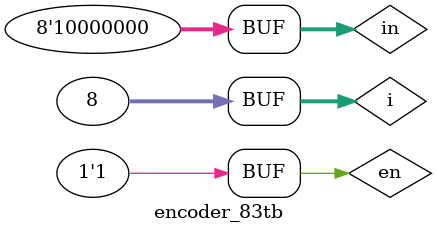
<source format=v>
`timescale 1ns / 1ps


module encoder_83tb;

	// Inputs
	reg [7:0] in;
	reg en;
	wire [2:0] out;
	integer i;


	// Instantiate the Unit Under Test (UUT)$$
	encoder_83 uut (.in(in),.out(out),  .en(en));

	
  
 initial begin  
 $monitor($time, "    en=%b,    in=%d,    out=%b ", en, in, out);
 end
 initial begin
   en=0;
	i=0;
	for(i=0;i<8;i=i+1)
	begin
	in=2**i;
	#10;
	end
	#10;
	en=1;
	for(i=0;i<8;i=i+1)
	begin
	in=2**i;
	#10;
	end 
	end
	endmodule
	
</source>
